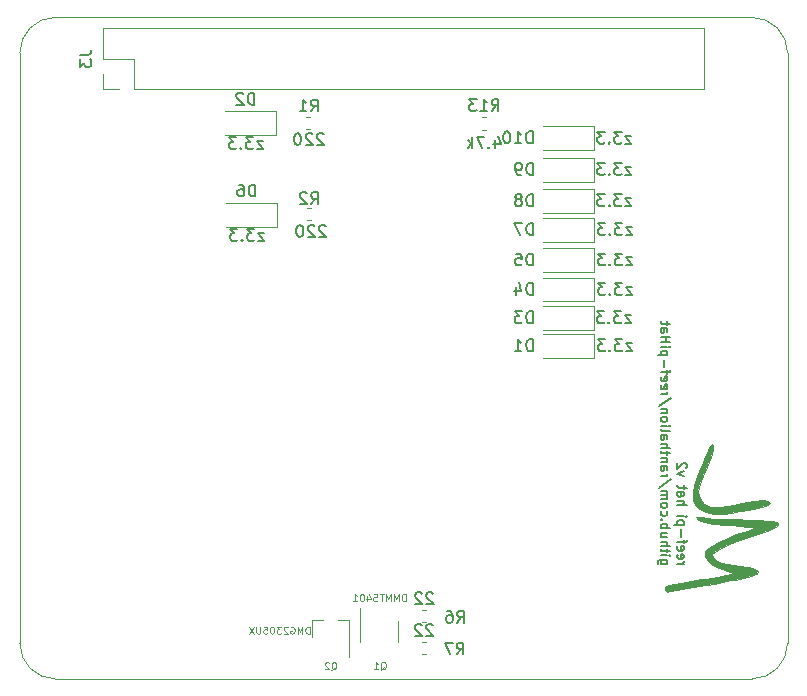
<source format=gbr>
%TF.GenerationSoftware,KiCad,Pcbnew,(5.0.1)-3*%
%TF.CreationDate,2019-02-10T12:01:05-05:00*%
%TF.ProjectId,reef-piHat,726565662D70694861742E6B69636164,rev?*%
%TF.SameCoordinates,Original*%
%TF.FileFunction,Legend,Bot*%
%TF.FilePolarity,Positive*%
%FSLAX46Y46*%
G04 Gerber Fmt 4.6, Leading zero omitted, Abs format (unit mm)*
G04 Created by KiCad (PCBNEW (5.0.1)-3) date 2/10/2019 12:01:05 PM*
%MOMM*%
%LPD*%
G01*
G04 APERTURE LIST*
%ADD10C,0.200000*%
%ADD11C,0.100000*%
%ADD12C,0.120000*%
%ADD13C,0.010000*%
%ADD14C,0.150000*%
%ADD15C,0.080000*%
G04 APERTURE END LIST*
D10*
X134221495Y-107096123D02*
X134754828Y-107096123D01*
X134602447Y-107096123D02*
X134678638Y-107058028D01*
X134716733Y-107019933D01*
X134754828Y-106943742D01*
X134754828Y-106867552D01*
X134259590Y-106296123D02*
X134221495Y-106372314D01*
X134221495Y-106524695D01*
X134259590Y-106600885D01*
X134335780Y-106638980D01*
X134640542Y-106638980D01*
X134716733Y-106600885D01*
X134754828Y-106524695D01*
X134754828Y-106372314D01*
X134716733Y-106296123D01*
X134640542Y-106258028D01*
X134564352Y-106258028D01*
X134488161Y-106638980D01*
X134259590Y-105610409D02*
X134221495Y-105686600D01*
X134221495Y-105838980D01*
X134259590Y-105915171D01*
X134335780Y-105953266D01*
X134640542Y-105953266D01*
X134716733Y-105915171D01*
X134754828Y-105838980D01*
X134754828Y-105686600D01*
X134716733Y-105610409D01*
X134640542Y-105572314D01*
X134564352Y-105572314D01*
X134488161Y-105953266D01*
X134754828Y-105343742D02*
X134754828Y-105038980D01*
X134221495Y-105229457D02*
X134907209Y-105229457D01*
X134983400Y-105191361D01*
X135021495Y-105115171D01*
X135021495Y-105038980D01*
X134526257Y-104772314D02*
X134526257Y-104162790D01*
X134754828Y-103781838D02*
X133954828Y-103781838D01*
X134716733Y-103781838D02*
X134754828Y-103705647D01*
X134754828Y-103553266D01*
X134716733Y-103477076D01*
X134678638Y-103438980D01*
X134602447Y-103400885D01*
X134373876Y-103400885D01*
X134297685Y-103438980D01*
X134259590Y-103477076D01*
X134221495Y-103553266D01*
X134221495Y-103705647D01*
X134259590Y-103781838D01*
X134221495Y-103058028D02*
X134754828Y-103058028D01*
X135021495Y-103058028D02*
X134983400Y-103096123D01*
X134945304Y-103058028D01*
X134983400Y-103019933D01*
X135021495Y-103058028D01*
X134945304Y-103058028D01*
X134221495Y-102067552D02*
X135021495Y-102067552D01*
X134221495Y-101724695D02*
X134640542Y-101724695D01*
X134716733Y-101762790D01*
X134754828Y-101838980D01*
X134754828Y-101953266D01*
X134716733Y-102029457D01*
X134678638Y-102067552D01*
X134221495Y-101000885D02*
X134640542Y-101000885D01*
X134716733Y-101038980D01*
X134754828Y-101115171D01*
X134754828Y-101267552D01*
X134716733Y-101343742D01*
X134259590Y-101000885D02*
X134221495Y-101077076D01*
X134221495Y-101267552D01*
X134259590Y-101343742D01*
X134335780Y-101381838D01*
X134411971Y-101381838D01*
X134488161Y-101343742D01*
X134526257Y-101267552D01*
X134526257Y-101077076D01*
X134564352Y-101000885D01*
X134754828Y-100734219D02*
X134754828Y-100429457D01*
X135021495Y-100619933D02*
X134335780Y-100619933D01*
X134259590Y-100581838D01*
X134221495Y-100505647D01*
X134221495Y-100429457D01*
X134754828Y-99629457D02*
X134221495Y-99438980D01*
X134754828Y-99248504D01*
X134945304Y-98981838D02*
X134983400Y-98943742D01*
X135021495Y-98867552D01*
X135021495Y-98677076D01*
X134983400Y-98600885D01*
X134945304Y-98562790D01*
X134869114Y-98524695D01*
X134792923Y-98524695D01*
X134678638Y-98562790D01*
X134221495Y-99019933D01*
X134221495Y-98524695D01*
X133354828Y-106753266D02*
X132707209Y-106753266D01*
X132631019Y-106791361D01*
X132592923Y-106829457D01*
X132554828Y-106905647D01*
X132554828Y-107019933D01*
X132592923Y-107096123D01*
X132859590Y-106753266D02*
X132821495Y-106829457D01*
X132821495Y-106981838D01*
X132859590Y-107058028D01*
X132897685Y-107096123D01*
X132973876Y-107134219D01*
X133202447Y-107134219D01*
X133278638Y-107096123D01*
X133316733Y-107058028D01*
X133354828Y-106981838D01*
X133354828Y-106829457D01*
X133316733Y-106753266D01*
X132821495Y-106372314D02*
X133354828Y-106372314D01*
X133621495Y-106372314D02*
X133583400Y-106410409D01*
X133545304Y-106372314D01*
X133583400Y-106334219D01*
X133621495Y-106372314D01*
X133545304Y-106372314D01*
X133354828Y-106105647D02*
X133354828Y-105800885D01*
X133621495Y-105991361D02*
X132935780Y-105991361D01*
X132859590Y-105953266D01*
X132821495Y-105877076D01*
X132821495Y-105800885D01*
X132821495Y-105534219D02*
X133621495Y-105534219D01*
X132821495Y-105191361D02*
X133240542Y-105191361D01*
X133316733Y-105229457D01*
X133354828Y-105305647D01*
X133354828Y-105419933D01*
X133316733Y-105496123D01*
X133278638Y-105534219D01*
X133354828Y-104467552D02*
X132821495Y-104467552D01*
X133354828Y-104810409D02*
X132935780Y-104810409D01*
X132859590Y-104772314D01*
X132821495Y-104696123D01*
X132821495Y-104581838D01*
X132859590Y-104505647D01*
X132897685Y-104467552D01*
X132821495Y-104086600D02*
X133621495Y-104086600D01*
X133316733Y-104086600D02*
X133354828Y-104010409D01*
X133354828Y-103858028D01*
X133316733Y-103781838D01*
X133278638Y-103743742D01*
X133202447Y-103705647D01*
X132973876Y-103705647D01*
X132897685Y-103743742D01*
X132859590Y-103781838D01*
X132821495Y-103858028D01*
X132821495Y-104010409D01*
X132859590Y-104086600D01*
X132897685Y-103362790D02*
X132859590Y-103324695D01*
X132821495Y-103362790D01*
X132859590Y-103400885D01*
X132897685Y-103362790D01*
X132821495Y-103362790D01*
X132859590Y-102638980D02*
X132821495Y-102715171D01*
X132821495Y-102867552D01*
X132859590Y-102943742D01*
X132897685Y-102981838D01*
X132973876Y-103019933D01*
X133202447Y-103019933D01*
X133278638Y-102981838D01*
X133316733Y-102943742D01*
X133354828Y-102867552D01*
X133354828Y-102715171D01*
X133316733Y-102638980D01*
X132821495Y-102181838D02*
X132859590Y-102258028D01*
X132897685Y-102296123D01*
X132973876Y-102334219D01*
X133202447Y-102334219D01*
X133278638Y-102296123D01*
X133316733Y-102258028D01*
X133354828Y-102181838D01*
X133354828Y-102067552D01*
X133316733Y-101991361D01*
X133278638Y-101953266D01*
X133202447Y-101915171D01*
X132973876Y-101915171D01*
X132897685Y-101953266D01*
X132859590Y-101991361D01*
X132821495Y-102067552D01*
X132821495Y-102181838D01*
X132821495Y-101572314D02*
X133354828Y-101572314D01*
X133278638Y-101572314D02*
X133316733Y-101534219D01*
X133354828Y-101458028D01*
X133354828Y-101343742D01*
X133316733Y-101267552D01*
X133240542Y-101229457D01*
X132821495Y-101229457D01*
X133240542Y-101229457D02*
X133316733Y-101191361D01*
X133354828Y-101115171D01*
X133354828Y-101000885D01*
X133316733Y-100924695D01*
X133240542Y-100886600D01*
X132821495Y-100886600D01*
X133659590Y-99934219D02*
X132631019Y-100619933D01*
X132821495Y-99667552D02*
X133354828Y-99667552D01*
X133202447Y-99667552D02*
X133278638Y-99629457D01*
X133316733Y-99591361D01*
X133354828Y-99515171D01*
X133354828Y-99438980D01*
X132821495Y-98829457D02*
X133240542Y-98829457D01*
X133316733Y-98867552D01*
X133354828Y-98943742D01*
X133354828Y-99096123D01*
X133316733Y-99172314D01*
X132859590Y-98829457D02*
X132821495Y-98905647D01*
X132821495Y-99096123D01*
X132859590Y-99172314D01*
X132935780Y-99210409D01*
X133011971Y-99210409D01*
X133088161Y-99172314D01*
X133126257Y-99096123D01*
X133126257Y-98905647D01*
X133164352Y-98829457D01*
X133354828Y-98448504D02*
X132821495Y-98448504D01*
X133278638Y-98448504D02*
X133316733Y-98410409D01*
X133354828Y-98334219D01*
X133354828Y-98219933D01*
X133316733Y-98143742D01*
X133240542Y-98105647D01*
X132821495Y-98105647D01*
X133354828Y-97838980D02*
X133354828Y-97534219D01*
X133621495Y-97724695D02*
X132935780Y-97724695D01*
X132859590Y-97686600D01*
X132821495Y-97610409D01*
X132821495Y-97534219D01*
X132821495Y-97267552D02*
X133621495Y-97267552D01*
X132821495Y-96924695D02*
X133240542Y-96924695D01*
X133316733Y-96962790D01*
X133354828Y-97038980D01*
X133354828Y-97153266D01*
X133316733Y-97229457D01*
X133278638Y-97267552D01*
X132821495Y-96200885D02*
X133240542Y-96200885D01*
X133316733Y-96238980D01*
X133354828Y-96315171D01*
X133354828Y-96467552D01*
X133316733Y-96543742D01*
X132859590Y-96200885D02*
X132821495Y-96277076D01*
X132821495Y-96467552D01*
X132859590Y-96543742D01*
X132935780Y-96581838D01*
X133011971Y-96581838D01*
X133088161Y-96543742D01*
X133126257Y-96467552D01*
X133126257Y-96277076D01*
X133164352Y-96200885D01*
X132821495Y-95705647D02*
X132859590Y-95781838D01*
X132935780Y-95819933D01*
X133621495Y-95819933D01*
X132821495Y-95400885D02*
X133354828Y-95400885D01*
X133621495Y-95400885D02*
X133583400Y-95438980D01*
X133545304Y-95400885D01*
X133583400Y-95362790D01*
X133621495Y-95400885D01*
X133545304Y-95400885D01*
X132821495Y-94905647D02*
X132859590Y-94981838D01*
X132897685Y-95019933D01*
X132973876Y-95058028D01*
X133202447Y-95058028D01*
X133278638Y-95019933D01*
X133316733Y-94981838D01*
X133354828Y-94905647D01*
X133354828Y-94791361D01*
X133316733Y-94715171D01*
X133278638Y-94677076D01*
X133202447Y-94638980D01*
X132973876Y-94638980D01*
X132897685Y-94677076D01*
X132859590Y-94715171D01*
X132821495Y-94791361D01*
X132821495Y-94905647D01*
X133354828Y-94296123D02*
X132821495Y-94296123D01*
X133278638Y-94296123D02*
X133316733Y-94258028D01*
X133354828Y-94181838D01*
X133354828Y-94067552D01*
X133316733Y-93991361D01*
X133240542Y-93953266D01*
X132821495Y-93953266D01*
X133659590Y-93000885D02*
X132631019Y-93686600D01*
X132821495Y-92734219D02*
X133354828Y-92734219D01*
X133202447Y-92734219D02*
X133278638Y-92696123D01*
X133316733Y-92658028D01*
X133354828Y-92581838D01*
X133354828Y-92505647D01*
X132859590Y-91934219D02*
X132821495Y-92010409D01*
X132821495Y-92162790D01*
X132859590Y-92238980D01*
X132935780Y-92277076D01*
X133240542Y-92277076D01*
X133316733Y-92238980D01*
X133354828Y-92162790D01*
X133354828Y-92010409D01*
X133316733Y-91934219D01*
X133240542Y-91896123D01*
X133164352Y-91896123D01*
X133088161Y-92277076D01*
X132859590Y-91248504D02*
X132821495Y-91324695D01*
X132821495Y-91477076D01*
X132859590Y-91553266D01*
X132935780Y-91591361D01*
X133240542Y-91591361D01*
X133316733Y-91553266D01*
X133354828Y-91477076D01*
X133354828Y-91324695D01*
X133316733Y-91248504D01*
X133240542Y-91210409D01*
X133164352Y-91210409D01*
X133088161Y-91591361D01*
X133354828Y-90981838D02*
X133354828Y-90677076D01*
X132821495Y-90867552D02*
X133507209Y-90867552D01*
X133583400Y-90829457D01*
X133621495Y-90753266D01*
X133621495Y-90677076D01*
X133126257Y-90410409D02*
X133126257Y-89800885D01*
X133354828Y-89419933D02*
X132554828Y-89419933D01*
X133316733Y-89419933D02*
X133354828Y-89343742D01*
X133354828Y-89191361D01*
X133316733Y-89115171D01*
X133278638Y-89077076D01*
X133202447Y-89038980D01*
X132973876Y-89038980D01*
X132897685Y-89077076D01*
X132859590Y-89115171D01*
X132821495Y-89191361D01*
X132821495Y-89343742D01*
X132859590Y-89419933D01*
X132821495Y-88696123D02*
X133354828Y-88696123D01*
X133621495Y-88696123D02*
X133583400Y-88734219D01*
X133545304Y-88696123D01*
X133583400Y-88658028D01*
X133621495Y-88696123D01*
X133545304Y-88696123D01*
X132821495Y-88315171D02*
X133621495Y-88315171D01*
X133240542Y-88315171D02*
X133240542Y-87858028D01*
X132821495Y-87858028D02*
X133621495Y-87858028D01*
X132821495Y-87134219D02*
X133240542Y-87134219D01*
X133316733Y-87172314D01*
X133354828Y-87248504D01*
X133354828Y-87400885D01*
X133316733Y-87477076D01*
X132859590Y-87134219D02*
X132821495Y-87210409D01*
X132821495Y-87400885D01*
X132859590Y-87477076D01*
X132935780Y-87515171D01*
X133011971Y-87515171D01*
X133088161Y-87477076D01*
X133126257Y-87400885D01*
X133126257Y-87210409D01*
X133164352Y-87134219D01*
X133354828Y-86867552D02*
X133354828Y-86562790D01*
X133621495Y-86753266D02*
X132935780Y-86753266D01*
X132859590Y-86715171D01*
X132821495Y-86638980D01*
X132821495Y-86562790D01*
D11*
X78546356Y-63817611D02*
X78546356Y-113817611D01*
X78546356Y-63817611D02*
G75*
G02X81546356Y-60817611I3000000J0D01*
G01*
X140546356Y-60817611D02*
X81546356Y-60817611D01*
X140546356Y-60817611D02*
G75*
G02X143546356Y-63817611I0J-3000000D01*
G01*
X143546356Y-113817611D02*
X143546356Y-63817611D01*
X81546356Y-116817611D02*
G75*
G02X78546356Y-113817611I0J3000000D01*
G01*
X81546356Y-116817611D02*
X140546356Y-116817611D01*
X143546351Y-113822847D02*
G75*
G02X140546356Y-116817611I-2999995J5236D01*
G01*
D12*
X85590000Y-61720000D02*
X85590000Y-64320000D01*
X85590000Y-61720000D02*
X136510000Y-61720000D01*
X136510000Y-61720000D02*
X136510000Y-66920000D01*
X88190000Y-66920000D02*
X136510000Y-66920000D01*
X88190000Y-64320000D02*
X88190000Y-66920000D01*
X85590000Y-64320000D02*
X88190000Y-64320000D01*
X85590000Y-66920000D02*
X86920000Y-66920000D01*
X85590000Y-65590000D02*
X85590000Y-66920000D01*
X110560800Y-111930600D02*
X110560800Y-113730600D01*
X107340800Y-113730600D02*
X107340800Y-110780600D01*
X103271200Y-111838200D02*
X104201200Y-111838200D01*
X106431200Y-111838200D02*
X105501200Y-111838200D01*
X106431200Y-111838200D02*
X106431200Y-114998200D01*
X103271200Y-111838200D02*
X103271200Y-113298200D01*
X103131467Y-69238400D02*
X102788933Y-69238400D01*
X103131467Y-70258400D02*
X102788933Y-70258400D01*
X103231767Y-77980000D02*
X102889233Y-77980000D01*
X103231767Y-76960000D02*
X102889233Y-76960000D01*
X112590733Y-110970600D02*
X112933267Y-110970600D01*
X112590733Y-111990600D02*
X112933267Y-111990600D01*
X112579333Y-114683000D02*
X112921867Y-114683000D01*
X112579333Y-113663000D02*
X112921867Y-113663000D01*
X127165000Y-89620600D02*
X122865000Y-89620600D01*
X127165000Y-87620600D02*
X127165000Y-89620600D01*
X122865000Y-87620600D02*
X127165000Y-87620600D01*
X95915600Y-68748400D02*
X100215600Y-68748400D01*
X100215600Y-68748400D02*
X100215600Y-70748400D01*
X100215600Y-70748400D02*
X95915600Y-70748400D01*
X127159800Y-87258400D02*
X122859800Y-87258400D01*
X127159800Y-85258400D02*
X127159800Y-87258400D01*
X122859800Y-85258400D02*
X127159800Y-85258400D01*
X122859800Y-82845400D02*
X127159800Y-82845400D01*
X127159800Y-82845400D02*
X127159800Y-84845400D01*
X127159800Y-84845400D02*
X122859800Y-84845400D01*
X122862400Y-80356200D02*
X127162400Y-80356200D01*
X127162400Y-80356200D02*
X127162400Y-82356200D01*
X127162400Y-82356200D02*
X122862400Y-82356200D01*
X100312000Y-78520800D02*
X96012000Y-78520800D01*
X100312000Y-76520800D02*
X100312000Y-78520800D01*
X96012000Y-76520800D02*
X100312000Y-76520800D01*
X127159800Y-79790800D02*
X122859800Y-79790800D01*
X127159800Y-77790800D02*
X127159800Y-79790800D01*
X122859800Y-77790800D02*
X127159800Y-77790800D01*
X122859800Y-75352400D02*
X127159800Y-75352400D01*
X127159800Y-75352400D02*
X127159800Y-77352400D01*
X127159800Y-77352400D02*
X122859800Y-77352400D01*
X127162400Y-74710800D02*
X122862400Y-74710800D01*
X127162400Y-72710800D02*
X127162400Y-74710800D01*
X122862400Y-72710800D02*
X127162400Y-72710800D01*
X122834400Y-70043800D02*
X127134400Y-70043800D01*
X127134400Y-70043800D02*
X127134400Y-72043800D01*
X127134400Y-72043800D02*
X122834400Y-72043800D01*
X117684733Y-70309200D02*
X118027267Y-70309200D01*
X117684733Y-69289200D02*
X118027267Y-69289200D01*
D13*
G36*
X141903854Y-101747185D02*
X141441981Y-101713721D01*
X140688002Y-101788328D01*
X139654852Y-101970105D01*
X139041698Y-102099999D01*
X137914268Y-102272589D01*
X137046650Y-102233623D01*
X136439502Y-101983340D01*
X136093481Y-101521984D01*
X136005057Y-100985335D01*
X136073761Y-100615330D01*
X136255462Y-100054364D01*
X136513544Y-99412803D01*
X136564687Y-99298591D01*
X136928538Y-98439440D01*
X137168003Y-97744064D01*
X137272880Y-97251400D01*
X137232969Y-97000386D01*
X137173056Y-96976358D01*
X136983344Y-97113418D01*
X136903246Y-97270729D01*
X136795516Y-97547434D01*
X136588820Y-98048585D01*
X136318137Y-98690022D01*
X136151572Y-99079301D01*
X135740172Y-100160703D01*
X135539358Y-101015454D01*
X135544260Y-101675283D01*
X135690927Y-102080530D01*
X136045227Y-102416527D01*
X136620545Y-102686540D01*
X137302049Y-102844255D01*
X137639720Y-102866508D01*
X138065088Y-102835453D01*
X138722107Y-102749289D01*
X139513193Y-102622087D01*
X140168302Y-102501924D01*
X141057318Y-102315674D01*
X141646255Y-102157344D01*
X141969195Y-102015908D01*
X142060686Y-101889621D01*
X141903854Y-101747185D01*
X141903854Y-101747185D01*
G37*
X141903854Y-101747185D02*
X141441981Y-101713721D01*
X140688002Y-101788328D01*
X139654852Y-101970105D01*
X139041698Y-102099999D01*
X137914268Y-102272589D01*
X137046650Y-102233623D01*
X136439502Y-101983340D01*
X136093481Y-101521984D01*
X136005057Y-100985335D01*
X136073761Y-100615330D01*
X136255462Y-100054364D01*
X136513544Y-99412803D01*
X136564687Y-99298591D01*
X136928538Y-98439440D01*
X137168003Y-97744064D01*
X137272880Y-97251400D01*
X137232969Y-97000386D01*
X137173056Y-96976358D01*
X136983344Y-97113418D01*
X136903246Y-97270729D01*
X136795516Y-97547434D01*
X136588820Y-98048585D01*
X136318137Y-98690022D01*
X136151572Y-99079301D01*
X135740172Y-100160703D01*
X135539358Y-101015454D01*
X135544260Y-101675283D01*
X135690927Y-102080530D01*
X136045227Y-102416527D01*
X136620545Y-102686540D01*
X137302049Y-102844255D01*
X137639720Y-102866508D01*
X138065088Y-102835453D01*
X138722107Y-102749289D01*
X139513193Y-102622087D01*
X140168302Y-102501924D01*
X141057318Y-102315674D01*
X141646255Y-102157344D01*
X141969195Y-102015908D01*
X142060686Y-101889621D01*
X141903854Y-101747185D01*
G36*
X142700759Y-103647999D02*
X142575097Y-103550736D01*
X142315544Y-103477238D01*
X141881095Y-103422190D01*
X141230746Y-103380279D01*
X140323492Y-103346191D01*
X139201083Y-103316564D01*
X138249768Y-103286955D01*
X137402018Y-103247348D01*
X136721378Y-103201742D01*
X136271395Y-103154134D01*
X136131216Y-103123383D01*
X135891061Y-103086500D01*
X135836845Y-103155202D01*
X136001625Y-103384118D01*
X136486374Y-103572425D01*
X137276707Y-103716760D01*
X138358236Y-103813763D01*
X138738500Y-103833183D01*
X139508830Y-103875731D01*
X140138782Y-103927683D01*
X140562705Y-103982418D01*
X140714991Y-104032549D01*
X140566951Y-104133914D01*
X140186836Y-104272460D01*
X139856560Y-104365879D01*
X139195642Y-104575701D01*
X138479741Y-104867309D01*
X137785253Y-105201367D01*
X137188575Y-105538537D01*
X136766103Y-105839482D01*
X136599069Y-106043196D01*
X136566953Y-106444905D01*
X136605006Y-106617095D01*
X136867979Y-106935904D01*
X137358940Y-107256608D01*
X137974763Y-107521567D01*
X138448836Y-107647600D01*
X138800358Y-107733879D01*
X138916802Y-107823336D01*
X138779538Y-107922396D01*
X138369936Y-108037484D01*
X137669366Y-108175027D01*
X136659198Y-108341447D01*
X136257375Y-108403395D01*
X135374927Y-108539466D01*
X134586260Y-108664159D01*
X133963931Y-108765781D01*
X133580499Y-108832637D01*
X133523931Y-108843944D01*
X133257305Y-108992540D01*
X133143942Y-109214864D01*
X133218588Y-109390963D01*
X133355719Y-109424676D01*
X133615625Y-109393856D01*
X134172510Y-109304716D01*
X134993117Y-109163140D01*
X136044184Y-108975015D01*
X137292452Y-108746227D01*
X138704661Y-108482661D01*
X139101135Y-108407927D01*
X139823353Y-108258032D01*
X140425658Y-108107951D01*
X140827813Y-107979045D01*
X140943055Y-107917565D01*
X141032593Y-107689936D01*
X140802700Y-107500516D01*
X140248146Y-107346980D01*
X139395816Y-107230213D01*
X138534200Y-107121472D01*
X137933881Y-106983706D01*
X137519757Y-106791940D01*
X137216728Y-106521196D01*
X137198392Y-106499432D01*
X137168116Y-106251355D01*
X137455440Y-105958681D01*
X138063878Y-105619518D01*
X138996946Y-105231974D01*
X140258159Y-104794155D01*
X140523636Y-104708800D01*
X141512080Y-104377443D01*
X142219969Y-104102825D01*
X142630499Y-103892052D01*
X142733534Y-103774340D01*
X142700759Y-103647999D01*
X142700759Y-103647999D01*
G37*
X142700759Y-103647999D02*
X142575097Y-103550736D01*
X142315544Y-103477238D01*
X141881095Y-103422190D01*
X141230746Y-103380279D01*
X140323492Y-103346191D01*
X139201083Y-103316564D01*
X138249768Y-103286955D01*
X137402018Y-103247348D01*
X136721378Y-103201742D01*
X136271395Y-103154134D01*
X136131216Y-103123383D01*
X135891061Y-103086500D01*
X135836845Y-103155202D01*
X136001625Y-103384118D01*
X136486374Y-103572425D01*
X137276707Y-103716760D01*
X138358236Y-103813763D01*
X138738500Y-103833183D01*
X139508830Y-103875731D01*
X140138782Y-103927683D01*
X140562705Y-103982418D01*
X140714991Y-104032549D01*
X140566951Y-104133914D01*
X140186836Y-104272460D01*
X139856560Y-104365879D01*
X139195642Y-104575701D01*
X138479741Y-104867309D01*
X137785253Y-105201367D01*
X137188575Y-105538537D01*
X136766103Y-105839482D01*
X136599069Y-106043196D01*
X136566953Y-106444905D01*
X136605006Y-106617095D01*
X136867979Y-106935904D01*
X137358940Y-107256608D01*
X137974763Y-107521567D01*
X138448836Y-107647600D01*
X138800358Y-107733879D01*
X138916802Y-107823336D01*
X138779538Y-107922396D01*
X138369936Y-108037484D01*
X137669366Y-108175027D01*
X136659198Y-108341447D01*
X136257375Y-108403395D01*
X135374927Y-108539466D01*
X134586260Y-108664159D01*
X133963931Y-108765781D01*
X133580499Y-108832637D01*
X133523931Y-108843944D01*
X133257305Y-108992540D01*
X133143942Y-109214864D01*
X133218588Y-109390963D01*
X133355719Y-109424676D01*
X133615625Y-109393856D01*
X134172510Y-109304716D01*
X134993117Y-109163140D01*
X136044184Y-108975015D01*
X137292452Y-108746227D01*
X138704661Y-108482661D01*
X139101135Y-108407927D01*
X139823353Y-108258032D01*
X140425658Y-108107951D01*
X140827813Y-107979045D01*
X140943055Y-107917565D01*
X141032593Y-107689936D01*
X140802700Y-107500516D01*
X140248146Y-107346980D01*
X139395816Y-107230213D01*
X138534200Y-107121472D01*
X137933881Y-106983706D01*
X137519757Y-106791940D01*
X137216728Y-106521196D01*
X137198392Y-106499432D01*
X137168116Y-106251355D01*
X137455440Y-105958681D01*
X138063878Y-105619518D01*
X138996946Y-105231974D01*
X140258159Y-104794155D01*
X140523636Y-104708800D01*
X141512080Y-104377443D01*
X142219969Y-104102825D01*
X142630499Y-103892052D01*
X142733534Y-103774340D01*
X142700759Y-103647999D01*
D14*
X83602380Y-63986666D02*
X84316666Y-63986666D01*
X84459523Y-63939047D01*
X84554761Y-63843809D01*
X84602380Y-63700952D01*
X84602380Y-63605714D01*
X83602380Y-64367619D02*
X83602380Y-64986666D01*
X83983333Y-64653333D01*
X83983333Y-64796190D01*
X84030952Y-64891428D01*
X84078571Y-64939047D01*
X84173809Y-64986666D01*
X84411904Y-64986666D01*
X84507142Y-64939047D01*
X84554761Y-64891428D01*
X84602380Y-64796190D01*
X84602380Y-64510476D01*
X84554761Y-64415238D01*
X84507142Y-64367619D01*
D15*
X109086642Y-116050971D02*
X109143785Y-116022400D01*
X109200928Y-115965257D01*
X109286642Y-115879542D01*
X109343785Y-115850971D01*
X109400928Y-115850971D01*
X109372357Y-115993828D02*
X109429500Y-115965257D01*
X109486642Y-115908114D01*
X109515214Y-115793828D01*
X109515214Y-115593828D01*
X109486642Y-115479542D01*
X109429500Y-115422400D01*
X109372357Y-115393828D01*
X109258071Y-115393828D01*
X109200928Y-115422400D01*
X109143785Y-115479542D01*
X109115214Y-115593828D01*
X109115214Y-115793828D01*
X109143785Y-115908114D01*
X109200928Y-115965257D01*
X109258071Y-115993828D01*
X109372357Y-115993828D01*
X108543785Y-115993828D02*
X108886642Y-115993828D01*
X108715214Y-115993828D02*
X108715214Y-115393828D01*
X108772357Y-115479542D01*
X108829500Y-115536685D01*
X108886642Y-115565257D01*
X111228585Y-110244528D02*
X111228585Y-109644528D01*
X111085728Y-109644528D01*
X111000014Y-109673100D01*
X110942871Y-109730242D01*
X110914300Y-109787385D01*
X110885728Y-109901671D01*
X110885728Y-109987385D01*
X110914300Y-110101671D01*
X110942871Y-110158814D01*
X111000014Y-110215957D01*
X111085728Y-110244528D01*
X111228585Y-110244528D01*
X110628585Y-110244528D02*
X110628585Y-109644528D01*
X110428585Y-110073100D01*
X110228585Y-109644528D01*
X110228585Y-110244528D01*
X109942871Y-110244528D02*
X109942871Y-109644528D01*
X109742871Y-110073100D01*
X109542871Y-109644528D01*
X109542871Y-110244528D01*
X109342871Y-109644528D02*
X109000014Y-109644528D01*
X109171442Y-110244528D02*
X109171442Y-109644528D01*
X108514300Y-109644528D02*
X108800014Y-109644528D01*
X108828585Y-109930242D01*
X108800014Y-109901671D01*
X108742871Y-109873100D01*
X108600014Y-109873100D01*
X108542871Y-109901671D01*
X108514300Y-109930242D01*
X108485728Y-109987385D01*
X108485728Y-110130242D01*
X108514300Y-110187385D01*
X108542871Y-110215957D01*
X108600014Y-110244528D01*
X108742871Y-110244528D01*
X108800014Y-110215957D01*
X108828585Y-110187385D01*
X107971442Y-109844528D02*
X107971442Y-110244528D01*
X108114300Y-109615957D02*
X108257157Y-110044528D01*
X107885728Y-110044528D01*
X107542871Y-109644528D02*
X107485728Y-109644528D01*
X107428585Y-109673100D01*
X107400014Y-109701671D01*
X107371442Y-109758814D01*
X107342871Y-109873100D01*
X107342871Y-110015957D01*
X107371442Y-110130242D01*
X107400014Y-110187385D01*
X107428585Y-110215957D01*
X107485728Y-110244528D01*
X107542871Y-110244528D01*
X107600014Y-110215957D01*
X107628585Y-110187385D01*
X107657157Y-110130242D01*
X107685728Y-110015957D01*
X107685728Y-109873100D01*
X107657157Y-109758814D01*
X107628585Y-109701671D01*
X107600014Y-109673100D01*
X107542871Y-109644528D01*
X106771442Y-110244528D02*
X107114300Y-110244528D01*
X106942871Y-110244528D02*
X106942871Y-109644528D01*
X107000014Y-109730242D01*
X107057157Y-109787385D01*
X107114300Y-109815957D01*
X104921042Y-116063671D02*
X104978185Y-116035100D01*
X105035328Y-115977957D01*
X105121042Y-115892242D01*
X105178185Y-115863671D01*
X105235328Y-115863671D01*
X105206757Y-116006528D02*
X105263900Y-115977957D01*
X105321042Y-115920814D01*
X105349614Y-115806528D01*
X105349614Y-115606528D01*
X105321042Y-115492242D01*
X105263900Y-115435100D01*
X105206757Y-115406528D01*
X105092471Y-115406528D01*
X105035328Y-115435100D01*
X104978185Y-115492242D01*
X104949614Y-115606528D01*
X104949614Y-115806528D01*
X104978185Y-115920814D01*
X105035328Y-115977957D01*
X105092471Y-116006528D01*
X105206757Y-116006528D01*
X104721042Y-115463671D02*
X104692471Y-115435100D01*
X104635328Y-115406528D01*
X104492471Y-115406528D01*
X104435328Y-115435100D01*
X104406757Y-115463671D01*
X104378185Y-115520814D01*
X104378185Y-115577957D01*
X104406757Y-115663671D01*
X104749614Y-116006528D01*
X104378185Y-116006528D01*
X103076057Y-112996628D02*
X103076057Y-112396628D01*
X102933200Y-112396628D01*
X102847485Y-112425200D01*
X102790342Y-112482342D01*
X102761771Y-112539485D01*
X102733200Y-112653771D01*
X102733200Y-112739485D01*
X102761771Y-112853771D01*
X102790342Y-112910914D01*
X102847485Y-112968057D01*
X102933200Y-112996628D01*
X103076057Y-112996628D01*
X102476057Y-112996628D02*
X102476057Y-112396628D01*
X102276057Y-112825200D01*
X102076057Y-112396628D01*
X102076057Y-112996628D01*
X101476057Y-112425200D02*
X101533200Y-112396628D01*
X101618914Y-112396628D01*
X101704628Y-112425200D01*
X101761771Y-112482342D01*
X101790342Y-112539485D01*
X101818914Y-112653771D01*
X101818914Y-112739485D01*
X101790342Y-112853771D01*
X101761771Y-112910914D01*
X101704628Y-112968057D01*
X101618914Y-112996628D01*
X101561771Y-112996628D01*
X101476057Y-112968057D01*
X101447485Y-112939485D01*
X101447485Y-112739485D01*
X101561771Y-112739485D01*
X101218914Y-112453771D02*
X101190342Y-112425200D01*
X101133200Y-112396628D01*
X100990342Y-112396628D01*
X100933200Y-112425200D01*
X100904628Y-112453771D01*
X100876057Y-112510914D01*
X100876057Y-112568057D01*
X100904628Y-112653771D01*
X101247485Y-112996628D01*
X100876057Y-112996628D01*
X100676057Y-112396628D02*
X100304628Y-112396628D01*
X100504628Y-112625200D01*
X100418914Y-112625200D01*
X100361771Y-112653771D01*
X100333200Y-112682342D01*
X100304628Y-112739485D01*
X100304628Y-112882342D01*
X100333200Y-112939485D01*
X100361771Y-112968057D01*
X100418914Y-112996628D01*
X100590342Y-112996628D01*
X100647485Y-112968057D01*
X100676057Y-112939485D01*
X99933200Y-112396628D02*
X99876057Y-112396628D01*
X99818914Y-112425200D01*
X99790342Y-112453771D01*
X99761771Y-112510914D01*
X99733200Y-112625200D01*
X99733200Y-112768057D01*
X99761771Y-112882342D01*
X99790342Y-112939485D01*
X99818914Y-112968057D01*
X99876057Y-112996628D01*
X99933200Y-112996628D01*
X99990342Y-112968057D01*
X100018914Y-112939485D01*
X100047485Y-112882342D01*
X100076057Y-112768057D01*
X100076057Y-112625200D01*
X100047485Y-112510914D01*
X100018914Y-112453771D01*
X99990342Y-112425200D01*
X99933200Y-112396628D01*
X99190342Y-112396628D02*
X99476057Y-112396628D01*
X99504628Y-112682342D01*
X99476057Y-112653771D01*
X99418914Y-112625200D01*
X99276057Y-112625200D01*
X99218914Y-112653771D01*
X99190342Y-112682342D01*
X99161771Y-112739485D01*
X99161771Y-112882342D01*
X99190342Y-112939485D01*
X99218914Y-112968057D01*
X99276057Y-112996628D01*
X99418914Y-112996628D01*
X99476057Y-112968057D01*
X99504628Y-112939485D01*
X98904628Y-112396628D02*
X98904628Y-112882342D01*
X98876057Y-112939485D01*
X98847485Y-112968057D01*
X98790342Y-112996628D01*
X98676057Y-112996628D01*
X98618914Y-112968057D01*
X98590342Y-112939485D01*
X98561771Y-112882342D01*
X98561771Y-112396628D01*
X98333200Y-112396628D02*
X97933200Y-112996628D01*
X97933200Y-112396628D02*
X98333200Y-112996628D01*
D14*
X103189066Y-68778380D02*
X103522400Y-68302190D01*
X103760495Y-68778380D02*
X103760495Y-67778380D01*
X103379542Y-67778380D01*
X103284304Y-67826000D01*
X103236685Y-67873619D01*
X103189066Y-67968857D01*
X103189066Y-68111714D01*
X103236685Y-68206952D01*
X103284304Y-68254571D01*
X103379542Y-68302190D01*
X103760495Y-68302190D01*
X102236685Y-68778380D02*
X102808114Y-68778380D01*
X102522400Y-68778380D02*
X102522400Y-67778380D01*
X102617638Y-67921238D01*
X102712876Y-68016476D01*
X102808114Y-68064095D01*
X104260495Y-70718419D02*
X104212876Y-70670800D01*
X104117638Y-70623180D01*
X103879542Y-70623180D01*
X103784304Y-70670800D01*
X103736685Y-70718419D01*
X103689066Y-70813657D01*
X103689066Y-70908895D01*
X103736685Y-71051752D01*
X104308114Y-71623180D01*
X103689066Y-71623180D01*
X103308114Y-70718419D02*
X103260495Y-70670800D01*
X103165257Y-70623180D01*
X102927161Y-70623180D01*
X102831923Y-70670800D01*
X102784304Y-70718419D01*
X102736685Y-70813657D01*
X102736685Y-70908895D01*
X102784304Y-71051752D01*
X103355733Y-71623180D01*
X102736685Y-71623180D01*
X102117638Y-70623180D02*
X102022400Y-70623180D01*
X101927161Y-70670800D01*
X101879542Y-70718419D01*
X101831923Y-70813657D01*
X101784304Y-71004133D01*
X101784304Y-71242228D01*
X101831923Y-71432704D01*
X101879542Y-71527942D01*
X101927161Y-71575561D01*
X102022400Y-71623180D01*
X102117638Y-71623180D01*
X102212876Y-71575561D01*
X102260495Y-71527942D01*
X102308114Y-71432704D01*
X102355733Y-71242228D01*
X102355733Y-71004133D01*
X102308114Y-70813657D01*
X102260495Y-70718419D01*
X102212876Y-70670800D01*
X102117638Y-70623180D01*
X103214466Y-76626980D02*
X103547800Y-76150790D01*
X103785895Y-76626980D02*
X103785895Y-75626980D01*
X103404942Y-75626980D01*
X103309704Y-75674600D01*
X103262085Y-75722219D01*
X103214466Y-75817457D01*
X103214466Y-75960314D01*
X103262085Y-76055552D01*
X103309704Y-76103171D01*
X103404942Y-76150790D01*
X103785895Y-76150790D01*
X102833514Y-75722219D02*
X102785895Y-75674600D01*
X102690657Y-75626980D01*
X102452561Y-75626980D01*
X102357323Y-75674600D01*
X102309704Y-75722219D01*
X102262085Y-75817457D01*
X102262085Y-75912695D01*
X102309704Y-76055552D01*
X102881133Y-76626980D01*
X102262085Y-76626980D01*
X104438295Y-78490819D02*
X104390676Y-78443200D01*
X104295438Y-78395580D01*
X104057342Y-78395580D01*
X103962104Y-78443200D01*
X103914485Y-78490819D01*
X103866866Y-78586057D01*
X103866866Y-78681295D01*
X103914485Y-78824152D01*
X104485914Y-79395580D01*
X103866866Y-79395580D01*
X103485914Y-78490819D02*
X103438295Y-78443200D01*
X103343057Y-78395580D01*
X103104961Y-78395580D01*
X103009723Y-78443200D01*
X102962104Y-78490819D01*
X102914485Y-78586057D01*
X102914485Y-78681295D01*
X102962104Y-78824152D01*
X103533533Y-79395580D01*
X102914485Y-79395580D01*
X102295438Y-78395580D02*
X102200200Y-78395580D01*
X102104961Y-78443200D01*
X102057342Y-78490819D01*
X102009723Y-78586057D01*
X101962104Y-78776533D01*
X101962104Y-79014628D01*
X102009723Y-79205104D01*
X102057342Y-79300342D01*
X102104961Y-79347961D01*
X102200200Y-79395580D01*
X102295438Y-79395580D01*
X102390676Y-79347961D01*
X102438295Y-79300342D01*
X102485914Y-79205104D01*
X102533533Y-79014628D01*
X102533533Y-78776533D01*
X102485914Y-78586057D01*
X102438295Y-78490819D01*
X102390676Y-78443200D01*
X102295438Y-78395580D01*
X115581666Y-112059980D02*
X115915000Y-111583790D01*
X116153095Y-112059980D02*
X116153095Y-111059980D01*
X115772142Y-111059980D01*
X115676904Y-111107600D01*
X115629285Y-111155219D01*
X115581666Y-111250457D01*
X115581666Y-111393314D01*
X115629285Y-111488552D01*
X115676904Y-111536171D01*
X115772142Y-111583790D01*
X116153095Y-111583790D01*
X114724523Y-111059980D02*
X114915000Y-111059980D01*
X115010238Y-111107600D01*
X115057857Y-111155219D01*
X115153095Y-111298076D01*
X115200714Y-111488552D01*
X115200714Y-111869504D01*
X115153095Y-111964742D01*
X115105476Y-112012361D01*
X115010238Y-112059980D01*
X114819761Y-112059980D01*
X114724523Y-112012361D01*
X114676904Y-111964742D01*
X114629285Y-111869504D01*
X114629285Y-111631409D01*
X114676904Y-111536171D01*
X114724523Y-111488552D01*
X114819761Y-111440933D01*
X115010238Y-111440933D01*
X115105476Y-111488552D01*
X115153095Y-111536171D01*
X115200714Y-111631409D01*
X113523904Y-109598219D02*
X113476285Y-109550600D01*
X113381047Y-109502980D01*
X113142952Y-109502980D01*
X113047714Y-109550600D01*
X113000095Y-109598219D01*
X112952476Y-109693457D01*
X112952476Y-109788695D01*
X113000095Y-109931552D01*
X113571523Y-110502980D01*
X112952476Y-110502980D01*
X112571523Y-109598219D02*
X112523904Y-109550600D01*
X112428666Y-109502980D01*
X112190571Y-109502980D01*
X112095333Y-109550600D01*
X112047714Y-109598219D01*
X112000095Y-109693457D01*
X112000095Y-109788695D01*
X112047714Y-109931552D01*
X112619142Y-110502980D01*
X112000095Y-110502980D01*
X115534766Y-114752380D02*
X115868100Y-114276190D01*
X116106195Y-114752380D02*
X116106195Y-113752380D01*
X115725242Y-113752380D01*
X115630004Y-113800000D01*
X115582385Y-113847619D01*
X115534766Y-113942857D01*
X115534766Y-114085714D01*
X115582385Y-114180952D01*
X115630004Y-114228571D01*
X115725242Y-114276190D01*
X116106195Y-114276190D01*
X115201433Y-113752380D02*
X114534766Y-113752380D01*
X114963338Y-114752380D01*
X113512504Y-112290619D02*
X113464885Y-112243000D01*
X113369647Y-112195380D01*
X113131552Y-112195380D01*
X113036314Y-112243000D01*
X112988695Y-112290619D01*
X112941076Y-112385857D01*
X112941076Y-112481095D01*
X112988695Y-112623952D01*
X113560123Y-113195380D01*
X112941076Y-113195380D01*
X112560123Y-112290619D02*
X112512504Y-112243000D01*
X112417266Y-112195380D01*
X112179171Y-112195380D01*
X112083933Y-112243000D01*
X112036314Y-112290619D01*
X111988695Y-112385857D01*
X111988695Y-112481095D01*
X112036314Y-112623952D01*
X112607742Y-113195380D01*
X111988695Y-113195380D01*
X121972295Y-89072980D02*
X121972295Y-88072980D01*
X121734200Y-88072980D01*
X121591342Y-88120600D01*
X121496104Y-88215838D01*
X121448485Y-88311076D01*
X121400866Y-88501552D01*
X121400866Y-88644409D01*
X121448485Y-88834885D01*
X121496104Y-88930123D01*
X121591342Y-89025361D01*
X121734200Y-89072980D01*
X121972295Y-89072980D01*
X120448485Y-89072980D02*
X121019914Y-89072980D01*
X120734200Y-89072980D02*
X120734200Y-88072980D01*
X120829438Y-88215838D01*
X120924676Y-88311076D01*
X121019914Y-88358695D01*
X130357380Y-88406314D02*
X129833571Y-88406314D01*
X130357380Y-89072980D01*
X129833571Y-89072980D01*
X129547857Y-88072980D02*
X128928809Y-88072980D01*
X129262142Y-88453933D01*
X129119285Y-88453933D01*
X129024047Y-88501552D01*
X128976428Y-88549171D01*
X128928809Y-88644409D01*
X128928809Y-88882504D01*
X128976428Y-88977742D01*
X129024047Y-89025361D01*
X129119285Y-89072980D01*
X129405000Y-89072980D01*
X129500238Y-89025361D01*
X129547857Y-88977742D01*
X128500238Y-88977742D02*
X128452619Y-89025361D01*
X128500238Y-89072980D01*
X128547857Y-89025361D01*
X128500238Y-88977742D01*
X128500238Y-89072980D01*
X128119285Y-88072980D02*
X127500238Y-88072980D01*
X127833571Y-88453933D01*
X127690714Y-88453933D01*
X127595476Y-88501552D01*
X127547857Y-88549171D01*
X127500238Y-88644409D01*
X127500238Y-88882504D01*
X127547857Y-88977742D01*
X127595476Y-89025361D01*
X127690714Y-89072980D01*
X127976428Y-89072980D01*
X128071666Y-89025361D01*
X128119285Y-88977742D01*
X98403695Y-68200780D02*
X98403695Y-67200780D01*
X98165600Y-67200780D01*
X98022742Y-67248400D01*
X97927504Y-67343638D01*
X97879885Y-67438876D01*
X97832266Y-67629352D01*
X97832266Y-67772209D01*
X97879885Y-67962685D01*
X97927504Y-68057923D01*
X98022742Y-68153161D01*
X98165600Y-68200780D01*
X98403695Y-68200780D01*
X97451314Y-67296019D02*
X97403695Y-67248400D01*
X97308457Y-67200780D01*
X97070361Y-67200780D01*
X96975123Y-67248400D01*
X96927504Y-67296019D01*
X96879885Y-67391257D01*
X96879885Y-67486495D01*
X96927504Y-67629352D01*
X97498933Y-68200780D01*
X96879885Y-68200780D01*
X99117980Y-71284114D02*
X98594171Y-71284114D01*
X99117980Y-71950780D01*
X98594171Y-71950780D01*
X98308457Y-70950780D02*
X97689409Y-70950780D01*
X98022742Y-71331733D01*
X97879885Y-71331733D01*
X97784647Y-71379352D01*
X97737028Y-71426971D01*
X97689409Y-71522209D01*
X97689409Y-71760304D01*
X97737028Y-71855542D01*
X97784647Y-71903161D01*
X97879885Y-71950780D01*
X98165600Y-71950780D01*
X98260838Y-71903161D01*
X98308457Y-71855542D01*
X97260838Y-71855542D02*
X97213219Y-71903161D01*
X97260838Y-71950780D01*
X97308457Y-71903161D01*
X97260838Y-71855542D01*
X97260838Y-71950780D01*
X96879885Y-70950780D02*
X96260838Y-70950780D01*
X96594171Y-71331733D01*
X96451314Y-71331733D01*
X96356076Y-71379352D01*
X96308457Y-71426971D01*
X96260838Y-71522209D01*
X96260838Y-71760304D01*
X96308457Y-71855542D01*
X96356076Y-71903161D01*
X96451314Y-71950780D01*
X96737028Y-71950780D01*
X96832266Y-71903161D01*
X96879885Y-71855542D01*
X121972295Y-86710780D02*
X121972295Y-85710780D01*
X121734200Y-85710780D01*
X121591342Y-85758400D01*
X121496104Y-85853638D01*
X121448485Y-85948876D01*
X121400866Y-86139352D01*
X121400866Y-86282209D01*
X121448485Y-86472685D01*
X121496104Y-86567923D01*
X121591342Y-86663161D01*
X121734200Y-86710780D01*
X121972295Y-86710780D01*
X121067533Y-85710780D02*
X120448485Y-85710780D01*
X120781819Y-86091733D01*
X120638961Y-86091733D01*
X120543723Y-86139352D01*
X120496104Y-86186971D01*
X120448485Y-86282209D01*
X120448485Y-86520304D01*
X120496104Y-86615542D01*
X120543723Y-86663161D01*
X120638961Y-86710780D01*
X120924676Y-86710780D01*
X121019914Y-86663161D01*
X121067533Y-86615542D01*
X130281180Y-86044114D02*
X129757371Y-86044114D01*
X130281180Y-86710780D01*
X129757371Y-86710780D01*
X129471657Y-85710780D02*
X128852609Y-85710780D01*
X129185942Y-86091733D01*
X129043085Y-86091733D01*
X128947847Y-86139352D01*
X128900228Y-86186971D01*
X128852609Y-86282209D01*
X128852609Y-86520304D01*
X128900228Y-86615542D01*
X128947847Y-86663161D01*
X129043085Y-86710780D01*
X129328800Y-86710780D01*
X129424038Y-86663161D01*
X129471657Y-86615542D01*
X128424038Y-86615542D02*
X128376419Y-86663161D01*
X128424038Y-86710780D01*
X128471657Y-86663161D01*
X128424038Y-86615542D01*
X128424038Y-86710780D01*
X128043085Y-85710780D02*
X127424038Y-85710780D01*
X127757371Y-86091733D01*
X127614514Y-86091733D01*
X127519276Y-86139352D01*
X127471657Y-86186971D01*
X127424038Y-86282209D01*
X127424038Y-86520304D01*
X127471657Y-86615542D01*
X127519276Y-86663161D01*
X127614514Y-86710780D01*
X127900228Y-86710780D01*
X127995466Y-86663161D01*
X128043085Y-86615542D01*
X121972295Y-84297780D02*
X121972295Y-83297780D01*
X121734200Y-83297780D01*
X121591342Y-83345400D01*
X121496104Y-83440638D01*
X121448485Y-83535876D01*
X121400866Y-83726352D01*
X121400866Y-83869209D01*
X121448485Y-84059685D01*
X121496104Y-84154923D01*
X121591342Y-84250161D01*
X121734200Y-84297780D01*
X121972295Y-84297780D01*
X120543723Y-83631114D02*
X120543723Y-84297780D01*
X120781819Y-83250161D02*
X121019914Y-83964447D01*
X120400866Y-83964447D01*
X130357380Y-83631114D02*
X129833571Y-83631114D01*
X130357380Y-84297780D01*
X129833571Y-84297780D01*
X129547857Y-83297780D02*
X128928809Y-83297780D01*
X129262142Y-83678733D01*
X129119285Y-83678733D01*
X129024047Y-83726352D01*
X128976428Y-83773971D01*
X128928809Y-83869209D01*
X128928809Y-84107304D01*
X128976428Y-84202542D01*
X129024047Y-84250161D01*
X129119285Y-84297780D01*
X129405000Y-84297780D01*
X129500238Y-84250161D01*
X129547857Y-84202542D01*
X128500238Y-84202542D02*
X128452619Y-84250161D01*
X128500238Y-84297780D01*
X128547857Y-84250161D01*
X128500238Y-84202542D01*
X128500238Y-84297780D01*
X128119285Y-83297780D02*
X127500238Y-83297780D01*
X127833571Y-83678733D01*
X127690714Y-83678733D01*
X127595476Y-83726352D01*
X127547857Y-83773971D01*
X127500238Y-83869209D01*
X127500238Y-84107304D01*
X127547857Y-84202542D01*
X127595476Y-84250161D01*
X127690714Y-84297780D01*
X127976428Y-84297780D01*
X128071666Y-84250161D01*
X128119285Y-84202542D01*
X121997695Y-81808580D02*
X121997695Y-80808580D01*
X121759600Y-80808580D01*
X121616742Y-80856200D01*
X121521504Y-80951438D01*
X121473885Y-81046676D01*
X121426266Y-81237152D01*
X121426266Y-81380009D01*
X121473885Y-81570485D01*
X121521504Y-81665723D01*
X121616742Y-81760961D01*
X121759600Y-81808580D01*
X121997695Y-81808580D01*
X120521504Y-80808580D02*
X120997695Y-80808580D01*
X121045314Y-81284771D01*
X120997695Y-81237152D01*
X120902457Y-81189533D01*
X120664361Y-81189533D01*
X120569123Y-81237152D01*
X120521504Y-81284771D01*
X120473885Y-81380009D01*
X120473885Y-81618104D01*
X120521504Y-81713342D01*
X120569123Y-81760961D01*
X120664361Y-81808580D01*
X120902457Y-81808580D01*
X120997695Y-81760961D01*
X121045314Y-81713342D01*
X130357380Y-81141914D02*
X129833571Y-81141914D01*
X130357380Y-81808580D01*
X129833571Y-81808580D01*
X129547857Y-80808580D02*
X128928809Y-80808580D01*
X129262142Y-81189533D01*
X129119285Y-81189533D01*
X129024047Y-81237152D01*
X128976428Y-81284771D01*
X128928809Y-81380009D01*
X128928809Y-81618104D01*
X128976428Y-81713342D01*
X129024047Y-81760961D01*
X129119285Y-81808580D01*
X129405000Y-81808580D01*
X129500238Y-81760961D01*
X129547857Y-81713342D01*
X128500238Y-81713342D02*
X128452619Y-81760961D01*
X128500238Y-81808580D01*
X128547857Y-81760961D01*
X128500238Y-81713342D01*
X128500238Y-81808580D01*
X128119285Y-80808580D02*
X127500238Y-80808580D01*
X127833571Y-81189533D01*
X127690714Y-81189533D01*
X127595476Y-81237152D01*
X127547857Y-81284771D01*
X127500238Y-81380009D01*
X127500238Y-81618104D01*
X127547857Y-81713342D01*
X127595476Y-81760961D01*
X127690714Y-81808580D01*
X127976428Y-81808580D01*
X128071666Y-81760961D01*
X128119285Y-81713342D01*
X98500095Y-75973180D02*
X98500095Y-74973180D01*
X98262000Y-74973180D01*
X98119142Y-75020800D01*
X98023904Y-75116038D01*
X97976285Y-75211276D01*
X97928666Y-75401752D01*
X97928666Y-75544609D01*
X97976285Y-75735085D01*
X98023904Y-75830323D01*
X98119142Y-75925561D01*
X98262000Y-75973180D01*
X98500095Y-75973180D01*
X97071523Y-74973180D02*
X97262000Y-74973180D01*
X97357238Y-75020800D01*
X97404857Y-75068419D01*
X97500095Y-75211276D01*
X97547714Y-75401752D01*
X97547714Y-75782704D01*
X97500095Y-75877942D01*
X97452476Y-75925561D01*
X97357238Y-75973180D01*
X97166761Y-75973180D01*
X97071523Y-75925561D01*
X97023904Y-75877942D01*
X96976285Y-75782704D01*
X96976285Y-75544609D01*
X97023904Y-75449371D01*
X97071523Y-75401752D01*
X97166761Y-75354133D01*
X97357238Y-75354133D01*
X97452476Y-75401752D01*
X97500095Y-75449371D01*
X97547714Y-75544609D01*
X99214380Y-79056514D02*
X98690571Y-79056514D01*
X99214380Y-79723180D01*
X98690571Y-79723180D01*
X98404857Y-78723180D02*
X97785809Y-78723180D01*
X98119142Y-79104133D01*
X97976285Y-79104133D01*
X97881047Y-79151752D01*
X97833428Y-79199371D01*
X97785809Y-79294609D01*
X97785809Y-79532704D01*
X97833428Y-79627942D01*
X97881047Y-79675561D01*
X97976285Y-79723180D01*
X98262000Y-79723180D01*
X98357238Y-79675561D01*
X98404857Y-79627942D01*
X97357238Y-79627942D02*
X97309619Y-79675561D01*
X97357238Y-79723180D01*
X97404857Y-79675561D01*
X97357238Y-79627942D01*
X97357238Y-79723180D01*
X96976285Y-78723180D02*
X96357238Y-78723180D01*
X96690571Y-79104133D01*
X96547714Y-79104133D01*
X96452476Y-79151752D01*
X96404857Y-79199371D01*
X96357238Y-79294609D01*
X96357238Y-79532704D01*
X96404857Y-79627942D01*
X96452476Y-79675561D01*
X96547714Y-79723180D01*
X96833428Y-79723180D01*
X96928666Y-79675561D01*
X96976285Y-79627942D01*
X121997695Y-79243180D02*
X121997695Y-78243180D01*
X121759600Y-78243180D01*
X121616742Y-78290800D01*
X121521504Y-78386038D01*
X121473885Y-78481276D01*
X121426266Y-78671752D01*
X121426266Y-78814609D01*
X121473885Y-79005085D01*
X121521504Y-79100323D01*
X121616742Y-79195561D01*
X121759600Y-79243180D01*
X121997695Y-79243180D01*
X121092933Y-78243180D02*
X120426266Y-78243180D01*
X120854838Y-79243180D01*
X130357380Y-78576514D02*
X129833571Y-78576514D01*
X130357380Y-79243180D01*
X129833571Y-79243180D01*
X129547857Y-78243180D02*
X128928809Y-78243180D01*
X129262142Y-78624133D01*
X129119285Y-78624133D01*
X129024047Y-78671752D01*
X128976428Y-78719371D01*
X128928809Y-78814609D01*
X128928809Y-79052704D01*
X128976428Y-79147942D01*
X129024047Y-79195561D01*
X129119285Y-79243180D01*
X129405000Y-79243180D01*
X129500238Y-79195561D01*
X129547857Y-79147942D01*
X128500238Y-79147942D02*
X128452619Y-79195561D01*
X128500238Y-79243180D01*
X128547857Y-79195561D01*
X128500238Y-79147942D01*
X128500238Y-79243180D01*
X128119285Y-78243180D02*
X127500238Y-78243180D01*
X127833571Y-78624133D01*
X127690714Y-78624133D01*
X127595476Y-78671752D01*
X127547857Y-78719371D01*
X127500238Y-78814609D01*
X127500238Y-79052704D01*
X127547857Y-79147942D01*
X127595476Y-79195561D01*
X127690714Y-79243180D01*
X127976428Y-79243180D01*
X128071666Y-79195561D01*
X128119285Y-79147942D01*
X121997695Y-76804780D02*
X121997695Y-75804780D01*
X121759600Y-75804780D01*
X121616742Y-75852400D01*
X121521504Y-75947638D01*
X121473885Y-76042876D01*
X121426266Y-76233352D01*
X121426266Y-76376209D01*
X121473885Y-76566685D01*
X121521504Y-76661923D01*
X121616742Y-76757161D01*
X121759600Y-76804780D01*
X121997695Y-76804780D01*
X120854838Y-76233352D02*
X120950076Y-76185733D01*
X120997695Y-76138114D01*
X121045314Y-76042876D01*
X121045314Y-75995257D01*
X120997695Y-75900019D01*
X120950076Y-75852400D01*
X120854838Y-75804780D01*
X120664361Y-75804780D01*
X120569123Y-75852400D01*
X120521504Y-75900019D01*
X120473885Y-75995257D01*
X120473885Y-76042876D01*
X120521504Y-76138114D01*
X120569123Y-76185733D01*
X120664361Y-76233352D01*
X120854838Y-76233352D01*
X120950076Y-76280971D01*
X120997695Y-76328590D01*
X121045314Y-76423828D01*
X121045314Y-76614304D01*
X120997695Y-76709542D01*
X120950076Y-76757161D01*
X120854838Y-76804780D01*
X120664361Y-76804780D01*
X120569123Y-76757161D01*
X120521504Y-76709542D01*
X120473885Y-76614304D01*
X120473885Y-76423828D01*
X120521504Y-76328590D01*
X120569123Y-76280971D01*
X120664361Y-76233352D01*
X130306580Y-76138114D02*
X129782771Y-76138114D01*
X130306580Y-76804780D01*
X129782771Y-76804780D01*
X129497057Y-75804780D02*
X128878009Y-75804780D01*
X129211342Y-76185733D01*
X129068485Y-76185733D01*
X128973247Y-76233352D01*
X128925628Y-76280971D01*
X128878009Y-76376209D01*
X128878009Y-76614304D01*
X128925628Y-76709542D01*
X128973247Y-76757161D01*
X129068485Y-76804780D01*
X129354200Y-76804780D01*
X129449438Y-76757161D01*
X129497057Y-76709542D01*
X128449438Y-76709542D02*
X128401819Y-76757161D01*
X128449438Y-76804780D01*
X128497057Y-76757161D01*
X128449438Y-76709542D01*
X128449438Y-76804780D01*
X128068485Y-75804780D02*
X127449438Y-75804780D01*
X127782771Y-76185733D01*
X127639914Y-76185733D01*
X127544676Y-76233352D01*
X127497057Y-76280971D01*
X127449438Y-76376209D01*
X127449438Y-76614304D01*
X127497057Y-76709542D01*
X127544676Y-76757161D01*
X127639914Y-76804780D01*
X127925628Y-76804780D01*
X128020866Y-76757161D01*
X128068485Y-76709542D01*
X121997695Y-74137780D02*
X121997695Y-73137780D01*
X121759600Y-73137780D01*
X121616742Y-73185400D01*
X121521504Y-73280638D01*
X121473885Y-73375876D01*
X121426266Y-73566352D01*
X121426266Y-73709209D01*
X121473885Y-73899685D01*
X121521504Y-73994923D01*
X121616742Y-74090161D01*
X121759600Y-74137780D01*
X121997695Y-74137780D01*
X120950076Y-74137780D02*
X120759600Y-74137780D01*
X120664361Y-74090161D01*
X120616742Y-74042542D01*
X120521504Y-73899685D01*
X120473885Y-73709209D01*
X120473885Y-73328257D01*
X120521504Y-73233019D01*
X120569123Y-73185400D01*
X120664361Y-73137780D01*
X120854838Y-73137780D01*
X120950076Y-73185400D01*
X120997695Y-73233019D01*
X121045314Y-73328257D01*
X121045314Y-73566352D01*
X120997695Y-73661590D01*
X120950076Y-73709209D01*
X120854838Y-73756828D01*
X120664361Y-73756828D01*
X120569123Y-73709209D01*
X120521504Y-73661590D01*
X120473885Y-73566352D01*
X130306580Y-73496514D02*
X129782771Y-73496514D01*
X130306580Y-74163180D01*
X129782771Y-74163180D01*
X129497057Y-73163180D02*
X128878009Y-73163180D01*
X129211342Y-73544133D01*
X129068485Y-73544133D01*
X128973247Y-73591752D01*
X128925628Y-73639371D01*
X128878009Y-73734609D01*
X128878009Y-73972704D01*
X128925628Y-74067942D01*
X128973247Y-74115561D01*
X129068485Y-74163180D01*
X129354200Y-74163180D01*
X129449438Y-74115561D01*
X129497057Y-74067942D01*
X128449438Y-74067942D02*
X128401819Y-74115561D01*
X128449438Y-74163180D01*
X128497057Y-74115561D01*
X128449438Y-74067942D01*
X128449438Y-74163180D01*
X128068485Y-73163180D02*
X127449438Y-73163180D01*
X127782771Y-73544133D01*
X127639914Y-73544133D01*
X127544676Y-73591752D01*
X127497057Y-73639371D01*
X127449438Y-73734609D01*
X127449438Y-73972704D01*
X127497057Y-74067942D01*
X127544676Y-74115561D01*
X127639914Y-74163180D01*
X127925628Y-74163180D01*
X128020866Y-74115561D01*
X128068485Y-74067942D01*
X121965885Y-71470780D02*
X121965885Y-70470780D01*
X121727790Y-70470780D01*
X121584933Y-70518400D01*
X121489695Y-70613638D01*
X121442076Y-70708876D01*
X121394457Y-70899352D01*
X121394457Y-71042209D01*
X121442076Y-71232685D01*
X121489695Y-71327923D01*
X121584933Y-71423161D01*
X121727790Y-71470780D01*
X121965885Y-71470780D01*
X120442076Y-71470780D02*
X121013504Y-71470780D01*
X120727790Y-71470780D02*
X120727790Y-70470780D01*
X120823028Y-70613638D01*
X120918266Y-70708876D01*
X121013504Y-70756495D01*
X119823028Y-70470780D02*
X119727790Y-70470780D01*
X119632552Y-70518400D01*
X119584933Y-70566019D01*
X119537314Y-70661257D01*
X119489695Y-70851733D01*
X119489695Y-71089828D01*
X119537314Y-71280304D01*
X119584933Y-71375542D01*
X119632552Y-71423161D01*
X119727790Y-71470780D01*
X119823028Y-71470780D01*
X119918266Y-71423161D01*
X119965885Y-71375542D01*
X120013504Y-71280304D01*
X120061123Y-71089828D01*
X120061123Y-70851733D01*
X120013504Y-70661257D01*
X119965885Y-70566019D01*
X119918266Y-70518400D01*
X119823028Y-70470780D01*
X130306580Y-70829514D02*
X129782771Y-70829514D01*
X130306580Y-71496180D01*
X129782771Y-71496180D01*
X129497057Y-70496180D02*
X128878009Y-70496180D01*
X129211342Y-70877133D01*
X129068485Y-70877133D01*
X128973247Y-70924752D01*
X128925628Y-70972371D01*
X128878009Y-71067609D01*
X128878009Y-71305704D01*
X128925628Y-71400942D01*
X128973247Y-71448561D01*
X129068485Y-71496180D01*
X129354200Y-71496180D01*
X129449438Y-71448561D01*
X129497057Y-71400942D01*
X128449438Y-71400942D02*
X128401819Y-71448561D01*
X128449438Y-71496180D01*
X128497057Y-71448561D01*
X128449438Y-71400942D01*
X128449438Y-71496180D01*
X128068485Y-70496180D02*
X127449438Y-70496180D01*
X127782771Y-70877133D01*
X127639914Y-70877133D01*
X127544676Y-70924752D01*
X127497057Y-70972371D01*
X127449438Y-71067609D01*
X127449438Y-71305704D01*
X127497057Y-71400942D01*
X127544676Y-71448561D01*
X127639914Y-71496180D01*
X127925628Y-71496180D01*
X128020866Y-71448561D01*
X128068485Y-71400942D01*
X118498857Y-68727580D02*
X118832190Y-68251390D01*
X119070285Y-68727580D02*
X119070285Y-67727580D01*
X118689333Y-67727580D01*
X118594095Y-67775200D01*
X118546476Y-67822819D01*
X118498857Y-67918057D01*
X118498857Y-68060914D01*
X118546476Y-68156152D01*
X118594095Y-68203771D01*
X118689333Y-68251390D01*
X119070285Y-68251390D01*
X117546476Y-68727580D02*
X118117904Y-68727580D01*
X117832190Y-68727580D02*
X117832190Y-67727580D01*
X117927428Y-67870438D01*
X118022666Y-67965676D01*
X118117904Y-68013295D01*
X117213142Y-67727580D02*
X116594095Y-67727580D01*
X116927428Y-68108533D01*
X116784571Y-68108533D01*
X116689333Y-68156152D01*
X116641714Y-68203771D01*
X116594095Y-68299009D01*
X116594095Y-68537104D01*
X116641714Y-68632342D01*
X116689333Y-68679961D01*
X116784571Y-68727580D01*
X117070285Y-68727580D01*
X117165523Y-68679961D01*
X117213142Y-68632342D01*
X118784571Y-71235914D02*
X118784571Y-71902580D01*
X119022666Y-70854961D02*
X119260761Y-71569247D01*
X118641714Y-71569247D01*
X118260761Y-71807342D02*
X118213142Y-71854961D01*
X118260761Y-71902580D01*
X118308380Y-71854961D01*
X118260761Y-71807342D01*
X118260761Y-71902580D01*
X117879809Y-70902580D02*
X117213142Y-70902580D01*
X117641714Y-71902580D01*
X116832190Y-71902580D02*
X116832190Y-70902580D01*
X116736952Y-71521628D02*
X116451238Y-71902580D01*
X116451238Y-71235914D02*
X116832190Y-71616866D01*
M02*

</source>
